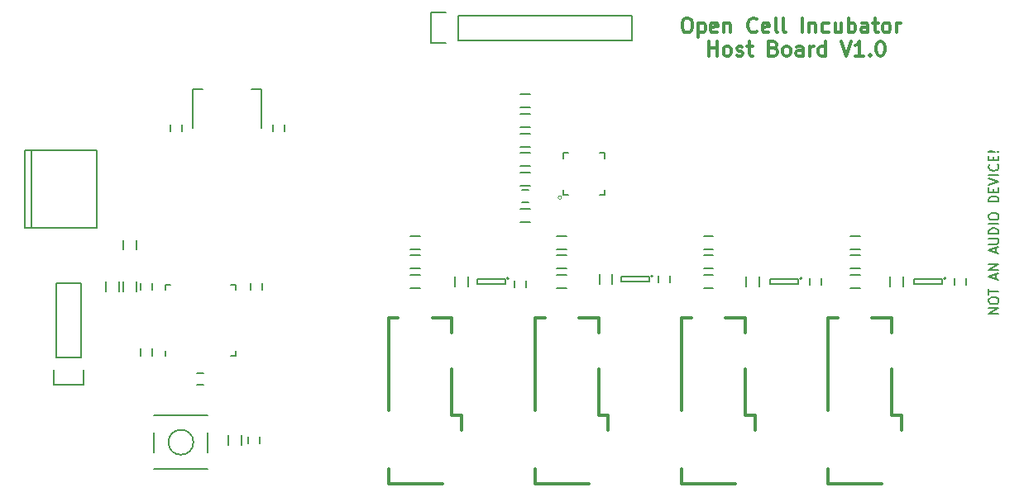
<source format=gto>
G04 #@! TF.FileFunction,Legend,Top*
%FSLAX46Y46*%
G04 Gerber Fmt 4.6, Leading zero omitted, Abs format (unit mm)*
G04 Created by KiCad (PCBNEW 4.0.1-3.201512221402+6198~38~ubuntu14.04.1-stable) date Wed 24 Feb 2016 01:49:48 AM EST*
%MOMM*%
G01*
G04 APERTURE LIST*
%ADD10C,0.100000*%
%ADD11C,0.200000*%
%ADD12C,0.300000*%
%ADD13C,0.150000*%
G04 APERTURE END LIST*
D10*
D11*
X168952381Y-91809524D02*
X167952381Y-91809524D01*
X168952381Y-91238095D01*
X167952381Y-91238095D01*
X167952381Y-90571429D02*
X167952381Y-90380952D01*
X168000000Y-90285714D01*
X168095238Y-90190476D01*
X168285714Y-90142857D01*
X168619048Y-90142857D01*
X168809524Y-90190476D01*
X168904762Y-90285714D01*
X168952381Y-90380952D01*
X168952381Y-90571429D01*
X168904762Y-90666667D01*
X168809524Y-90761905D01*
X168619048Y-90809524D01*
X168285714Y-90809524D01*
X168095238Y-90761905D01*
X168000000Y-90666667D01*
X167952381Y-90571429D01*
X167952381Y-89857143D02*
X167952381Y-89285714D01*
X168952381Y-89571429D02*
X167952381Y-89571429D01*
X168666667Y-88238095D02*
X168666667Y-87761904D01*
X168952381Y-88333333D02*
X167952381Y-88000000D01*
X168952381Y-87666666D01*
X168952381Y-87333333D02*
X167952381Y-87333333D01*
X168952381Y-86761904D01*
X167952381Y-86761904D01*
X168666667Y-85571428D02*
X168666667Y-85095237D01*
X168952381Y-85666666D02*
X167952381Y-85333333D01*
X168952381Y-84999999D01*
X167952381Y-84666666D02*
X168761905Y-84666666D01*
X168857143Y-84619047D01*
X168904762Y-84571428D01*
X168952381Y-84476190D01*
X168952381Y-84285713D01*
X168904762Y-84190475D01*
X168857143Y-84142856D01*
X168761905Y-84095237D01*
X167952381Y-84095237D01*
X168952381Y-83619047D02*
X167952381Y-83619047D01*
X167952381Y-83380952D01*
X168000000Y-83238094D01*
X168095238Y-83142856D01*
X168190476Y-83095237D01*
X168380952Y-83047618D01*
X168523810Y-83047618D01*
X168714286Y-83095237D01*
X168809524Y-83142856D01*
X168904762Y-83238094D01*
X168952381Y-83380952D01*
X168952381Y-83619047D01*
X168952381Y-82619047D02*
X167952381Y-82619047D01*
X167952381Y-81952381D02*
X167952381Y-81761904D01*
X168000000Y-81666666D01*
X168095238Y-81571428D01*
X168285714Y-81523809D01*
X168619048Y-81523809D01*
X168809524Y-81571428D01*
X168904762Y-81666666D01*
X168952381Y-81761904D01*
X168952381Y-81952381D01*
X168904762Y-82047619D01*
X168809524Y-82142857D01*
X168619048Y-82190476D01*
X168285714Y-82190476D01*
X168095238Y-82142857D01*
X168000000Y-82047619D01*
X167952381Y-81952381D01*
X168952381Y-80333333D02*
X167952381Y-80333333D01*
X167952381Y-80095238D01*
X168000000Y-79952380D01*
X168095238Y-79857142D01*
X168190476Y-79809523D01*
X168380952Y-79761904D01*
X168523810Y-79761904D01*
X168714286Y-79809523D01*
X168809524Y-79857142D01*
X168904762Y-79952380D01*
X168952381Y-80095238D01*
X168952381Y-80333333D01*
X168428571Y-79333333D02*
X168428571Y-78999999D01*
X168952381Y-78857142D02*
X168952381Y-79333333D01*
X167952381Y-79333333D01*
X167952381Y-78857142D01*
X167952381Y-78571428D02*
X168952381Y-78238095D01*
X167952381Y-77904761D01*
X168952381Y-77571428D02*
X167952381Y-77571428D01*
X168857143Y-76523809D02*
X168904762Y-76571428D01*
X168952381Y-76714285D01*
X168952381Y-76809523D01*
X168904762Y-76952381D01*
X168809524Y-77047619D01*
X168714286Y-77095238D01*
X168523810Y-77142857D01*
X168380952Y-77142857D01*
X168190476Y-77095238D01*
X168095238Y-77047619D01*
X168000000Y-76952381D01*
X167952381Y-76809523D01*
X167952381Y-76714285D01*
X168000000Y-76571428D01*
X168047619Y-76523809D01*
X168428571Y-76095238D02*
X168428571Y-75761904D01*
X168952381Y-75619047D02*
X168952381Y-76095238D01*
X167952381Y-76095238D01*
X167952381Y-75619047D01*
X168857143Y-75190476D02*
X168904762Y-75142857D01*
X168952381Y-75190476D01*
X168904762Y-75238095D01*
X168857143Y-75190476D01*
X168952381Y-75190476D01*
X168571429Y-75190476D02*
X168000000Y-75238095D01*
X167952381Y-75190476D01*
X168000000Y-75142857D01*
X168571429Y-75190476D01*
X167952381Y-75190476D01*
D12*
X136928572Y-61478571D02*
X137214286Y-61478571D01*
X137357144Y-61550000D01*
X137500001Y-61692857D01*
X137571429Y-61978571D01*
X137571429Y-62478571D01*
X137500001Y-62764286D01*
X137357144Y-62907143D01*
X137214286Y-62978571D01*
X136928572Y-62978571D01*
X136785715Y-62907143D01*
X136642858Y-62764286D01*
X136571429Y-62478571D01*
X136571429Y-61978571D01*
X136642858Y-61692857D01*
X136785715Y-61550000D01*
X136928572Y-61478571D01*
X138214287Y-61978571D02*
X138214287Y-63478571D01*
X138214287Y-62050000D02*
X138357144Y-61978571D01*
X138642858Y-61978571D01*
X138785715Y-62050000D01*
X138857144Y-62121429D01*
X138928573Y-62264286D01*
X138928573Y-62692857D01*
X138857144Y-62835714D01*
X138785715Y-62907143D01*
X138642858Y-62978571D01*
X138357144Y-62978571D01*
X138214287Y-62907143D01*
X140142858Y-62907143D02*
X140000001Y-62978571D01*
X139714287Y-62978571D01*
X139571430Y-62907143D01*
X139500001Y-62764286D01*
X139500001Y-62192857D01*
X139571430Y-62050000D01*
X139714287Y-61978571D01*
X140000001Y-61978571D01*
X140142858Y-62050000D01*
X140214287Y-62192857D01*
X140214287Y-62335714D01*
X139500001Y-62478571D01*
X140857144Y-61978571D02*
X140857144Y-62978571D01*
X140857144Y-62121429D02*
X140928572Y-62050000D01*
X141071430Y-61978571D01*
X141285715Y-61978571D01*
X141428572Y-62050000D01*
X141500001Y-62192857D01*
X141500001Y-62978571D01*
X144214287Y-62835714D02*
X144142858Y-62907143D01*
X143928572Y-62978571D01*
X143785715Y-62978571D01*
X143571430Y-62907143D01*
X143428572Y-62764286D01*
X143357144Y-62621429D01*
X143285715Y-62335714D01*
X143285715Y-62121429D01*
X143357144Y-61835714D01*
X143428572Y-61692857D01*
X143571430Y-61550000D01*
X143785715Y-61478571D01*
X143928572Y-61478571D01*
X144142858Y-61550000D01*
X144214287Y-61621429D01*
X145428572Y-62907143D02*
X145285715Y-62978571D01*
X145000001Y-62978571D01*
X144857144Y-62907143D01*
X144785715Y-62764286D01*
X144785715Y-62192857D01*
X144857144Y-62050000D01*
X145000001Y-61978571D01*
X145285715Y-61978571D01*
X145428572Y-62050000D01*
X145500001Y-62192857D01*
X145500001Y-62335714D01*
X144785715Y-62478571D01*
X146357144Y-62978571D02*
X146214286Y-62907143D01*
X146142858Y-62764286D01*
X146142858Y-61478571D01*
X147142858Y-62978571D02*
X147000000Y-62907143D01*
X146928572Y-62764286D01*
X146928572Y-61478571D01*
X148857143Y-62978571D02*
X148857143Y-61478571D01*
X149571429Y-61978571D02*
X149571429Y-62978571D01*
X149571429Y-62121429D02*
X149642857Y-62050000D01*
X149785715Y-61978571D01*
X150000000Y-61978571D01*
X150142857Y-62050000D01*
X150214286Y-62192857D01*
X150214286Y-62978571D01*
X151571429Y-62907143D02*
X151428572Y-62978571D01*
X151142858Y-62978571D01*
X151000000Y-62907143D01*
X150928572Y-62835714D01*
X150857143Y-62692857D01*
X150857143Y-62264286D01*
X150928572Y-62121429D01*
X151000000Y-62050000D01*
X151142858Y-61978571D01*
X151428572Y-61978571D01*
X151571429Y-62050000D01*
X152857143Y-61978571D02*
X152857143Y-62978571D01*
X152214286Y-61978571D02*
X152214286Y-62764286D01*
X152285714Y-62907143D01*
X152428572Y-62978571D01*
X152642857Y-62978571D01*
X152785714Y-62907143D01*
X152857143Y-62835714D01*
X153571429Y-62978571D02*
X153571429Y-61478571D01*
X153571429Y-62050000D02*
X153714286Y-61978571D01*
X154000000Y-61978571D01*
X154142857Y-62050000D01*
X154214286Y-62121429D01*
X154285715Y-62264286D01*
X154285715Y-62692857D01*
X154214286Y-62835714D01*
X154142857Y-62907143D01*
X154000000Y-62978571D01*
X153714286Y-62978571D01*
X153571429Y-62907143D01*
X155571429Y-62978571D02*
X155571429Y-62192857D01*
X155500000Y-62050000D01*
X155357143Y-61978571D01*
X155071429Y-61978571D01*
X154928572Y-62050000D01*
X155571429Y-62907143D02*
X155428572Y-62978571D01*
X155071429Y-62978571D01*
X154928572Y-62907143D01*
X154857143Y-62764286D01*
X154857143Y-62621429D01*
X154928572Y-62478571D01*
X155071429Y-62407143D01*
X155428572Y-62407143D01*
X155571429Y-62335714D01*
X156071429Y-61978571D02*
X156642858Y-61978571D01*
X156285715Y-61478571D02*
X156285715Y-62764286D01*
X156357143Y-62907143D01*
X156500001Y-62978571D01*
X156642858Y-62978571D01*
X157357144Y-62978571D02*
X157214286Y-62907143D01*
X157142858Y-62835714D01*
X157071429Y-62692857D01*
X157071429Y-62264286D01*
X157142858Y-62121429D01*
X157214286Y-62050000D01*
X157357144Y-61978571D01*
X157571429Y-61978571D01*
X157714286Y-62050000D01*
X157785715Y-62121429D01*
X157857144Y-62264286D01*
X157857144Y-62692857D01*
X157785715Y-62835714D01*
X157714286Y-62907143D01*
X157571429Y-62978571D01*
X157357144Y-62978571D01*
X158500001Y-62978571D02*
X158500001Y-61978571D01*
X158500001Y-62264286D02*
X158571429Y-62121429D01*
X158642858Y-62050000D01*
X158785715Y-61978571D01*
X158928572Y-61978571D01*
X139285715Y-65378571D02*
X139285715Y-63878571D01*
X139285715Y-64592857D02*
X140142858Y-64592857D01*
X140142858Y-65378571D02*
X140142858Y-63878571D01*
X141071430Y-65378571D02*
X140928572Y-65307143D01*
X140857144Y-65235714D01*
X140785715Y-65092857D01*
X140785715Y-64664286D01*
X140857144Y-64521429D01*
X140928572Y-64450000D01*
X141071430Y-64378571D01*
X141285715Y-64378571D01*
X141428572Y-64450000D01*
X141500001Y-64521429D01*
X141571430Y-64664286D01*
X141571430Y-65092857D01*
X141500001Y-65235714D01*
X141428572Y-65307143D01*
X141285715Y-65378571D01*
X141071430Y-65378571D01*
X142142858Y-65307143D02*
X142285715Y-65378571D01*
X142571430Y-65378571D01*
X142714287Y-65307143D01*
X142785715Y-65164286D01*
X142785715Y-65092857D01*
X142714287Y-64950000D01*
X142571430Y-64878571D01*
X142357144Y-64878571D01*
X142214287Y-64807143D01*
X142142858Y-64664286D01*
X142142858Y-64592857D01*
X142214287Y-64450000D01*
X142357144Y-64378571D01*
X142571430Y-64378571D01*
X142714287Y-64450000D01*
X143214287Y-64378571D02*
X143785716Y-64378571D01*
X143428573Y-63878571D02*
X143428573Y-65164286D01*
X143500001Y-65307143D01*
X143642859Y-65378571D01*
X143785716Y-65378571D01*
X145928573Y-64592857D02*
X146142859Y-64664286D01*
X146214287Y-64735714D01*
X146285716Y-64878571D01*
X146285716Y-65092857D01*
X146214287Y-65235714D01*
X146142859Y-65307143D01*
X146000001Y-65378571D01*
X145428573Y-65378571D01*
X145428573Y-63878571D01*
X145928573Y-63878571D01*
X146071430Y-63950000D01*
X146142859Y-64021429D01*
X146214287Y-64164286D01*
X146214287Y-64307143D01*
X146142859Y-64450000D01*
X146071430Y-64521429D01*
X145928573Y-64592857D01*
X145428573Y-64592857D01*
X147142859Y-65378571D02*
X147000001Y-65307143D01*
X146928573Y-65235714D01*
X146857144Y-65092857D01*
X146857144Y-64664286D01*
X146928573Y-64521429D01*
X147000001Y-64450000D01*
X147142859Y-64378571D01*
X147357144Y-64378571D01*
X147500001Y-64450000D01*
X147571430Y-64521429D01*
X147642859Y-64664286D01*
X147642859Y-65092857D01*
X147571430Y-65235714D01*
X147500001Y-65307143D01*
X147357144Y-65378571D01*
X147142859Y-65378571D01*
X148928573Y-65378571D02*
X148928573Y-64592857D01*
X148857144Y-64450000D01*
X148714287Y-64378571D01*
X148428573Y-64378571D01*
X148285716Y-64450000D01*
X148928573Y-65307143D02*
X148785716Y-65378571D01*
X148428573Y-65378571D01*
X148285716Y-65307143D01*
X148214287Y-65164286D01*
X148214287Y-65021429D01*
X148285716Y-64878571D01*
X148428573Y-64807143D01*
X148785716Y-64807143D01*
X148928573Y-64735714D01*
X149642859Y-65378571D02*
X149642859Y-64378571D01*
X149642859Y-64664286D02*
X149714287Y-64521429D01*
X149785716Y-64450000D01*
X149928573Y-64378571D01*
X150071430Y-64378571D01*
X151214287Y-65378571D02*
X151214287Y-63878571D01*
X151214287Y-65307143D02*
X151071430Y-65378571D01*
X150785716Y-65378571D01*
X150642858Y-65307143D01*
X150571430Y-65235714D01*
X150500001Y-65092857D01*
X150500001Y-64664286D01*
X150571430Y-64521429D01*
X150642858Y-64450000D01*
X150785716Y-64378571D01*
X151071430Y-64378571D01*
X151214287Y-64450000D01*
X152857144Y-63878571D02*
X153357144Y-65378571D01*
X153857144Y-63878571D01*
X155142858Y-65378571D02*
X154285715Y-65378571D01*
X154714287Y-65378571D02*
X154714287Y-63878571D01*
X154571430Y-64092857D01*
X154428572Y-64235714D01*
X154285715Y-64307143D01*
X155785715Y-65235714D02*
X155857143Y-65307143D01*
X155785715Y-65378571D01*
X155714286Y-65307143D01*
X155785715Y-65235714D01*
X155785715Y-65378571D01*
X156785715Y-63878571D02*
X156928572Y-63878571D01*
X157071429Y-63950000D01*
X157142858Y-64021429D01*
X157214287Y-64164286D01*
X157285715Y-64450000D01*
X157285715Y-64807143D01*
X157214287Y-65092857D01*
X157142858Y-65235714D01*
X157071429Y-65307143D01*
X156928572Y-65378571D01*
X156785715Y-65378571D01*
X156642858Y-65307143D01*
X156571429Y-65235714D01*
X156500001Y-65092857D01*
X156428572Y-64807143D01*
X156428572Y-64450000D01*
X156500001Y-64164286D01*
X156571429Y-64021429D01*
X156642858Y-63950000D01*
X156785715Y-63878571D01*
D13*
X163550000Y-88200000D02*
G75*
G03X163550000Y-88200000I-100000J0D01*
G01*
X163200000Y-88750000D02*
X163200000Y-88250000D01*
X160300000Y-88750000D02*
X163200000Y-88750000D01*
X160300000Y-88250000D02*
X160300000Y-88750000D01*
X163200000Y-88250000D02*
X160300000Y-88250000D01*
X148800000Y-88200000D02*
G75*
G03X148800000Y-88200000I-100000J0D01*
G01*
X148450000Y-88750000D02*
X148450000Y-88250000D01*
X145550000Y-88750000D02*
X148450000Y-88750000D01*
X145550000Y-88250000D02*
X145550000Y-88750000D01*
X148450000Y-88250000D02*
X145550000Y-88250000D01*
X133550000Y-87950000D02*
G75*
G03X133550000Y-87950000I-100000J0D01*
G01*
X133200000Y-88500000D02*
X133200000Y-88000000D01*
X130300000Y-88500000D02*
X133200000Y-88500000D01*
X130300000Y-88000000D02*
X130300000Y-88500000D01*
X133200000Y-88000000D02*
X130300000Y-88000000D01*
X118800000Y-88200000D02*
G75*
G03X118800000Y-88200000I-100000J0D01*
G01*
X118450000Y-88750000D02*
X118450000Y-88250000D01*
X115550000Y-88750000D02*
X118450000Y-88750000D01*
X115550000Y-88250000D02*
X115550000Y-88750000D01*
X118450000Y-88250000D02*
X115550000Y-88250000D01*
D10*
X124230278Y-79900000D02*
G75*
G03X124230278Y-79900000I-180278J0D01*
G01*
D13*
X124350000Y-75350000D02*
X124875000Y-75350000D01*
X128650000Y-79650000D02*
X128125000Y-79650000D01*
X128650000Y-75350000D02*
X128125000Y-75350000D01*
X124350000Y-79650000D02*
X124350000Y-79125000D01*
X128650000Y-79650000D02*
X128650000Y-79125000D01*
X128650000Y-75350000D02*
X128650000Y-75875000D01*
X124350000Y-75350000D02*
X124350000Y-75875000D01*
X124875000Y-79650000D02*
X124350000Y-79650000D01*
X83625000Y-88875000D02*
X84150000Y-88875000D01*
X90875000Y-96125000D02*
X90350000Y-96125000D01*
X90875000Y-88875000D02*
X90350000Y-88875000D01*
X83625000Y-96125000D02*
X83625000Y-95600000D01*
X90875000Y-96125000D02*
X90875000Y-95600000D01*
X90875000Y-88875000D02*
X90875000Y-89400000D01*
X83625000Y-88875000D02*
X83625000Y-89400000D01*
X93500000Y-68750000D02*
X93500000Y-72750000D01*
X93500000Y-68750000D02*
X92500000Y-68750000D01*
X86500000Y-68750000D02*
X87500000Y-68750000D01*
X86500000Y-68750000D02*
X86500000Y-72750000D01*
X88000000Y-107750000D02*
X82500000Y-107750000D01*
X88000000Y-104000000D02*
X88000000Y-106000000D01*
X82500000Y-102250000D02*
X88000000Y-102250000D01*
X82500000Y-104000000D02*
X82500000Y-106000000D01*
X86524755Y-105000000D02*
G75*
G03X86524755Y-105000000I-1274755J0D01*
G01*
D12*
X157000000Y-109250000D02*
X151500000Y-109250000D01*
X151500000Y-109250000D02*
X151500000Y-107750000D01*
X158000000Y-97500000D02*
X158000000Y-102250000D01*
X158000000Y-102250000D02*
X159000000Y-102250000D01*
X159000000Y-102250000D02*
X159000000Y-103750000D01*
X156000000Y-92250000D02*
X158000000Y-92250000D01*
X158000000Y-92250000D02*
X158000000Y-93750000D01*
X151500000Y-101750000D02*
X151500000Y-92250000D01*
X151500000Y-92250000D02*
X152500000Y-92250000D01*
X127000000Y-109250000D02*
X121500000Y-109250000D01*
X121500000Y-109250000D02*
X121500000Y-107750000D01*
X128000000Y-97500000D02*
X128000000Y-102250000D01*
X128000000Y-102250000D02*
X129000000Y-102250000D01*
X129000000Y-102250000D02*
X129000000Y-103750000D01*
X126000000Y-92250000D02*
X128000000Y-92250000D01*
X128000000Y-92250000D02*
X128000000Y-93750000D01*
X121500000Y-101750000D02*
X121500000Y-92250000D01*
X121500000Y-92250000D02*
X122500000Y-92250000D01*
X142000000Y-109250000D02*
X136500000Y-109250000D01*
X136500000Y-109250000D02*
X136500000Y-107750000D01*
X143000000Y-97500000D02*
X143000000Y-102250000D01*
X143000000Y-102250000D02*
X144000000Y-102250000D01*
X144000000Y-102250000D02*
X144000000Y-103750000D01*
X141000000Y-92250000D02*
X143000000Y-92250000D01*
X143000000Y-92250000D02*
X143000000Y-93750000D01*
X136500000Y-101750000D02*
X136500000Y-92250000D01*
X136500000Y-92250000D02*
X137500000Y-92250000D01*
X112000000Y-109250000D02*
X106500000Y-109250000D01*
X106500000Y-109250000D02*
X106500000Y-107750000D01*
X113000000Y-97500000D02*
X113000000Y-102250000D01*
X113000000Y-102250000D02*
X114000000Y-102250000D01*
X114000000Y-102250000D02*
X114000000Y-103750000D01*
X111000000Y-92250000D02*
X113000000Y-92250000D01*
X113000000Y-92250000D02*
X113000000Y-93750000D01*
X106500000Y-101750000D02*
X106500000Y-92250000D01*
X106500000Y-92250000D02*
X107500000Y-92250000D01*
D13*
X75020000Y-96310000D02*
X75020000Y-88690000D01*
X72480000Y-96310000D02*
X72480000Y-88690000D01*
X72200000Y-99130000D02*
X72200000Y-97580000D01*
X75020000Y-88690000D02*
X72480000Y-88690000D01*
X72480000Y-96310000D02*
X75020000Y-96310000D01*
X75300000Y-97580000D02*
X75300000Y-99130000D01*
X75300000Y-99130000D02*
X72200000Y-99130000D01*
X94650000Y-73100000D02*
X94650000Y-72400000D01*
X95850000Y-72400000D02*
X95850000Y-73100000D01*
X84150000Y-73100000D02*
X84150000Y-72400000D01*
X85350000Y-72400000D02*
X85350000Y-73100000D01*
X92150000Y-105100000D02*
X92150000Y-104400000D01*
X93350000Y-104400000D02*
X93350000Y-105100000D01*
X120850000Y-80350000D02*
X120150000Y-80350000D01*
X120150000Y-79150000D02*
X120850000Y-79150000D01*
X82350000Y-88650000D02*
X82350000Y-89350000D01*
X81150000Y-89350000D02*
X81150000Y-88650000D01*
X87600000Y-99100000D02*
X86900000Y-99100000D01*
X86900000Y-97900000D02*
X87600000Y-97900000D01*
X93600000Y-88650000D02*
X93600000Y-89350000D01*
X92400000Y-89350000D02*
X92400000Y-88650000D01*
X119400000Y-89100000D02*
X119400000Y-88400000D01*
X120600000Y-88400000D02*
X120600000Y-89100000D01*
X134150000Y-88600000D02*
X134150000Y-87900000D01*
X135350000Y-87900000D02*
X135350000Y-88600000D01*
X149650000Y-88850000D02*
X149650000Y-88150000D01*
X150850000Y-88150000D02*
X150850000Y-88850000D01*
X164400000Y-88850000D02*
X164400000Y-88150000D01*
X165600000Y-88150000D02*
X165600000Y-88850000D01*
X81150000Y-96100000D02*
X81150000Y-95400000D01*
X82350000Y-95400000D02*
X82350000Y-96100000D01*
X121000000Y-76675000D02*
X120000000Y-76675000D01*
X120000000Y-75325000D02*
X121000000Y-75325000D01*
X79325000Y-89500000D02*
X79325000Y-88500000D01*
X80675000Y-88500000D02*
X80675000Y-89500000D01*
X78925000Y-88500000D02*
X78925000Y-89500000D01*
X77575000Y-89500000D02*
X77575000Y-88500000D01*
X121000000Y-74675000D02*
X120000000Y-74675000D01*
X120000000Y-73325000D02*
X121000000Y-73325000D01*
X90075000Y-105250000D02*
X90075000Y-104250000D01*
X91425000Y-104250000D02*
X91425000Y-105250000D01*
X79325000Y-85250000D02*
X79325000Y-84250000D01*
X80675000Y-84250000D02*
X80675000Y-85250000D01*
X121000000Y-82425000D02*
X120000000Y-82425000D01*
X120000000Y-81075000D02*
X121000000Y-81075000D01*
X120000000Y-77325000D02*
X121000000Y-77325000D01*
X121000000Y-78675000D02*
X120000000Y-78675000D01*
X109750000Y-87175000D02*
X108750000Y-87175000D01*
X108750000Y-85825000D02*
X109750000Y-85825000D01*
X109750000Y-85175000D02*
X108750000Y-85175000D01*
X108750000Y-83825000D02*
X109750000Y-83825000D01*
X124750000Y-87175000D02*
X123750000Y-87175000D01*
X123750000Y-85825000D02*
X124750000Y-85825000D01*
X124750000Y-85175000D02*
X123750000Y-85175000D01*
X123750000Y-83825000D02*
X124750000Y-83825000D01*
X139750000Y-87175000D02*
X138750000Y-87175000D01*
X138750000Y-85825000D02*
X139750000Y-85825000D01*
X139750000Y-85175000D02*
X138750000Y-85175000D01*
X138750000Y-83825000D02*
X139750000Y-83825000D01*
X154750000Y-87175000D02*
X153750000Y-87175000D01*
X153750000Y-85825000D02*
X154750000Y-85825000D01*
X154750000Y-85175000D02*
X153750000Y-85175000D01*
X153750000Y-83825000D02*
X154750000Y-83825000D01*
X108750000Y-87825000D02*
X109750000Y-87825000D01*
X109750000Y-89175000D02*
X108750000Y-89175000D01*
X138750000Y-87825000D02*
X139750000Y-87825000D01*
X139750000Y-89175000D02*
X138750000Y-89175000D01*
X123750000Y-87825000D02*
X124750000Y-87825000D01*
X124750000Y-89175000D02*
X123750000Y-89175000D01*
X153750000Y-87825000D02*
X154750000Y-87825000D01*
X154750000Y-89175000D02*
X153750000Y-89175000D01*
X113325000Y-89000000D02*
X113325000Y-88000000D01*
X114675000Y-88000000D02*
X114675000Y-89000000D01*
X128075000Y-88750000D02*
X128075000Y-87750000D01*
X129425000Y-87750000D02*
X129425000Y-88750000D01*
X143075000Y-89000000D02*
X143075000Y-88000000D01*
X144425000Y-88000000D02*
X144425000Y-89000000D01*
X157825000Y-89000000D02*
X157825000Y-88000000D01*
X159175000Y-88000000D02*
X159175000Y-89000000D01*
X121000000Y-72675000D02*
X120000000Y-72675000D01*
X120000000Y-71325000D02*
X121000000Y-71325000D01*
X121000000Y-70675000D02*
X120000000Y-70675000D01*
X120000000Y-69325000D02*
X121000000Y-69325000D01*
X69305000Y-75025000D02*
X69305000Y-83025000D01*
X76625000Y-75025000D02*
X76625000Y-83025000D01*
X76625000Y-83025000D02*
X69305000Y-83025000D01*
X69925000Y-83025000D02*
X69925000Y-75025000D01*
X69305000Y-75025000D02*
X76625000Y-75025000D01*
X113650000Y-61230000D02*
X131430000Y-61230000D01*
X131430000Y-61230000D02*
X131430000Y-63770000D01*
X131430000Y-63770000D02*
X113650000Y-63770000D01*
X110830000Y-60950000D02*
X112380000Y-60950000D01*
X113650000Y-61230000D02*
X113650000Y-63770000D01*
X112380000Y-64050000D02*
X110830000Y-64050000D01*
X110830000Y-64050000D02*
X110830000Y-60950000D01*
M02*

</source>
